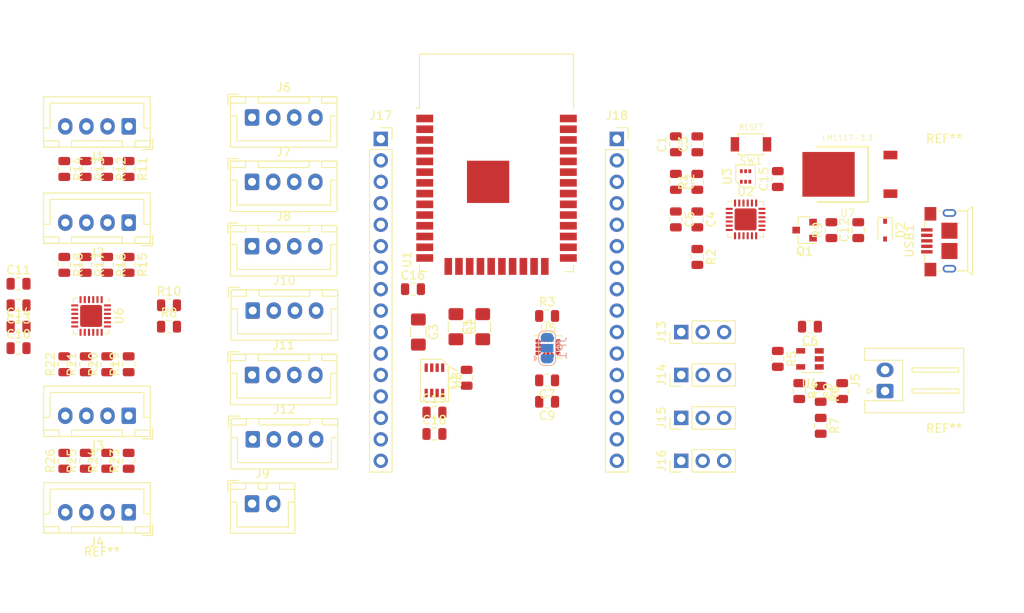
<source format=kicad_pcb>
(kicad_pcb (version 20171130) (host pcbnew "(5.1.2-1)-1")
  (layers (0 F.Cu signal) (31 B.Cu signal hide) (34 B.Paste user hide) (35 F.Paste user) (36 B.SilkS user hide) (37 F.SilkS user hide) (38 B.Mask user hide) (39 F.Mask user hide) (44 Edge.Cuts user))
  (net 0 "")
  (net 1 +3V3)
  (net 2 GND)
  (net 3 "Net-(JP1-Pad2)")
  (net 4 VBUS)
  (net 5 "Net-(C12-Pad2)")
  (net 6 VBAT)
  (net 7 EN)
  (net 8 IO26)
  (net 9 IO14)
  (net 10 IO12)
  (net 11 IO13)
  (net 12 IO15)
  (net 13 IO2)
  (net 14 IO0)
  (net 15 IO4)
  (net 16 IMUINT1)
  (net 17 IMUINT2)
  (net 18 LED_IO5)
  (net 19 SDA_IO21)
  (net 20 RXD0)
  (net 21 TXD0)
  (net 22 SCL_IO22)
  (net 23 D+)
  (net 24 D-)
  (net 25 "Net-(R2-Pad2)")
  (net 26 RTS)
  (net 27 DTR)
  (net 28 BATSTAT)
  (net 29 "Net-(R4-Pad1)")
  (net 30 "Net-(R3-Pad1)")
  (net 31 "Net-(R10-Pad1)")
  (net 32 "Net-(R8-Pad1)")
  (net 33 "Net-(R15-Pad2)")
  (net 34 "Net-(R16-Pad2)")
  (net 35 "Net-(R17-Pad2)")
  (net 36 "Net-(R18-Pad2)")
  (net 37 "Net-(R19-Pad2)")
  (net 38 "Net-(R20-Pad2)")
  (net 39 "Net-(R21-Pad2)")
  (net 40 "Net-(R22-Pad2)")
  (net 41 "Net-(R23-Pad2)")
  (net 42 "Net-(R24-Pad2)")
  (net 43 "Net-(R25-Pad2)")
  (net 44 "Net-(R26-Pad2)")
  (net 45 "Net-(C13-Pad1)")
  (net 46 "Net-(C11-Pad2)")
  (net 47 "Net-(R14-Pad2)")
  (net 48 "Net-(R13-Pad2)")
  (net 49 "Net-(R12-Pad2)")
  (net 50 "Net-(R11-Pad2)")
  (net 51 BATLEVEL)
  (net 52 "/CAPACTIVE TOUCH/CS0")
  (net 53 "/CAPACTIVE TOUCH/CS1")
  (net 54 "/CAPACTIVE TOUCH/CS2")
  (net 55 "/CAPACTIVE TOUCH/CS3")
  (net 56 "/CAPACTIVE TOUCH/CS4")
  (net 57 "/CAPACTIVE TOUCH/CS5")
  (net 58 "/CAPACTIVE TOUCH/CS6")
  (net 59 "/CAPACTIVE TOUCH/CS7")
  (net 60 "/CAPACTIVE TOUCH/CS8")
  (net 61 "/CAPACTIVE TOUCH/CS9")
  (net 62 "/CAPACTIVE TOUCH/CS10")
  (net 63 "/CAPACTIVE TOUCH/CS11")
  (net 64 "/CAPACTIVE TOUCH/CS12")
  (net 65 "/CAPACTIVE TOUCH/CS13")
  (net 66 "/CAPACTIVE TOUCH/CS14")
  (net 67 "/CAPACTIVE TOUCH/CS15")
  (net 68 "Net-(C16-Pad2)")
  (net 69 AUDIOOUT)
  (net 70 "Net-(C17-Pad2)")
  (net 71 "Net-(G1-Pad1)")
  (net 72 "Net-(G2-Pad1)")
  (net 73 AUDIOEN)
  (net 74 IO16)
  (net 75 IO17)
  (net 76 SPEAKER-)
  (net 77 SPEAKER+)
  (net 78 A5)
  (net 79 A4)
  (net 80 A6)
  (net 81 A7)
  (net 82 CAPINT)
  (module MountingHole:MountingHole_2.2mm_M2 (layer F.Cu) (at 93.98 95.25)
    (fp_text reference REF** (at 0 -3.2) (layer F.SilkS))
    (fp_text value MountingHole_2.2mm_M2)
    (pad 1 np_thru_hole circle (at 0 0) (size 2.2 2.2) (drill 2.2) (layers *.Cu *.Mask))
  )
  (module MountingHole:MountingHole_2.2mm_M2 (layer F.Cu) (at 93.98 29.21)
    (fp_text reference REF** (at 0 -3.2) (layer F.SilkS))
    (fp_text value MountingHole_2.2mm_M2)
    (pad 1 np_thru_hole circle (at 0 0) (size 2.2 2.2) (drill 2.2) (layers *.Cu *.Mask))
  )
  (module MountingHole:MountingHole_2.2mm_M2 (layer F.Cu) (at 193.675 80.645)
    (fp_text reference REF** (at 0 -3.2) (layer F.SilkS))
    (fp_text value MountingHole_2.2mm_M2)
    (pad 1 np_thru_hole circle (at 0 0) (size 2.2 2.2) (drill 2.2) (layers *.Cu *.Mask))
  )
  (module MountingHole:MountingHole_2.2mm_M2 (layer F.Cu) (at 193.675 46.355)
    (fp_text reference REF** (at 0 -3.2) (layer F.SilkS))
    (fp_text value MountingHole_2.2mm_M2)
    (pad 1 np_thru_hole circle (at 0 0) (size 2.2 2.2) (drill 2.2) (layers *.Cu *.Mask))
  )
  (module Connector_JST:JST_XH_B4B-XH-A_1x04_P2.50mm_Vertical (layer F.Cu) (at 111.84 63.5)
    (fp_text reference J10 (at 3.75 -3.55) (layer F.SilkS))
    (fp_text value Grove_1)
    (pad 4 thru_hole oval (at 7.5 0) (size 1.7 1.95) (drill 0.95) (layers *.Cu *.Mask) (net 2 GND))
    (pad 3 thru_hole oval (at 5 0) (size 1.7 1.95) (drill 0.95) (layers *.Cu *.Mask) (net 1 +3V3))
    (pad 2 thru_hole oval (at 2.5 0) (size 1.7 1.95) (drill 0.95) (layers *.Cu *.Mask) (net 78 A5))
    (pad 1 thru_hole roundrect (at 0 0) (size 1.7 1.95) (drill 0.95) (layers *.Cu *.Mask) (roundrect_rratio 0.147059) (net 79 A4))
  )
  (module Capacitor_SMD:C_0805_2012Metric (layer F.Cu) (at 161.925 43.815 90)
    (fp_text reference C1 (at 0 -1.65 90) (layer F.SilkS))
    (fp_text value 10uF)
    (pad 1 smd roundrect (at -0.9375 0 90) (size 0.975 1.4) (layers F.Cu F.Paste F.Mask) (net 2 GND))
    (pad 2 smd roundrect (at 0.9375 0 90) (size 0.975 1.4) (layers F.Cu F.Paste F.Mask) (net 1 +3V3))
  )
  (module Capacitor_SMD:C_0805_2012Metric (layer F.Cu) (at 161.925 48.26 270)
    (fp_text reference C2 (at 0 -1.65 90) (layer F.SilkS))
    (fp_text value 0.1uF)
    (pad 2 smd roundrect (at 0.9375 0 270) (size 0.975 1.4) (layers F.Cu F.Paste F.Mask) (net 2 GND))
    (pad 1 smd roundrect (at -0.9375 0 270) (size 0.975 1.4) (layers F.Cu F.Paste F.Mask) (net 7 EN))
  )
  (module Capacitor_SMD:C_0805_2012Metric (layer F.Cu) (at 164.465 43.815 90)
    (fp_text reference C3 (at 0 -1.65 90) (layer F.SilkS))
    (fp_text value 100nF)
    (pad 2 smd roundrect (at 0.9375 0 90) (size 0.975 1.4) (layers F.Cu F.Paste F.Mask) (net 1 +3V3))
    (pad 1 smd roundrect (at -0.9375 0 90) (size 0.975 1.4) (layers F.Cu F.Paste F.Mask) (net 2 GND))
  )
  (module Capacitor_SMD:C_0805_2012Metric (layer F.Cu) (at 164.465 52.705 270)
    (fp_text reference C4 (at 0 -1.65 90) (layer F.SilkS))
    (fp_text value 10uF)
    (pad 1 smd roundrect (at -0.9375 0 270) (size 0.975 1.4) (layers F.Cu F.Paste F.Mask) (net 2 GND))
    (pad 2 smd roundrect (at 0.9375 0 270) (size 0.975 1.4) (layers F.Cu F.Paste F.Mask) (net 1 +3V3))
  )
  (module Capacitor_SMD:C_0805_2012Metric (layer F.Cu) (at 161.925 52.705 270)
    (fp_text reference C5 (at 0 -1.65 90) (layer F.SilkS))
    (fp_text value 10uF)
    (pad 2 smd roundrect (at 0.9375 0 270) (size 0.975 1.4) (layers F.Cu F.Paste F.Mask) (net 1 +3V3))
    (pad 1 smd roundrect (at -0.9375 0 270) (size 0.975 1.4) (layers F.Cu F.Paste F.Mask) (net 2 GND))
  )
  (module Capacitor_SMD:C_0805_2012Metric (layer F.Cu) (at 177.8 65.405 180)
    (fp_text reference C6 (at 0 -1.65) (layer F.SilkS))
    (fp_text value 10uF)
    (pad 1 smd roundrect (at -0.9375 0 180) (size 0.975 1.4) (layers F.Cu F.Paste F.Mask) (net 2 GND))
    (pad 2 smd roundrect (at 0.9375 0 180) (size 0.975 1.4) (layers F.Cu F.Paste F.Mask) (net 4 VBUS))
  )
  (module Capacitor_SMD:C_0805_2012Metric (layer F.Cu) (at 146.685 71.755 180)
    (fp_text reference C7 (at 0 -1.65) (layer F.SilkS))
    (fp_text value 2.2nF)
    (pad 2 smd roundrect (at 0.9375 0 180) (size 0.975 1.4) (layers F.Cu F.Paste F.Mask) (net 1 +3V3))
    (pad 1 smd roundrect (at -0.9375 0 180) (size 0.975 1.4) (layers F.Cu F.Paste F.Mask) (net 2 GND))
  )
  (module Capacitor_SMD:C_0805_2012Metric (layer F.Cu) (at 181.61 73.025 90)
    (fp_text reference C8 (at 0 -1.65 90) (layer F.SilkS))
    (fp_text value 10uF)
    (pad 2 smd roundrect (at 0.9375 0 90) (size 0.975 1.4) (layers F.Cu F.Paste F.Mask) (net 6 VBAT))
    (pad 1 smd roundrect (at -0.9375 0 90) (size 0.975 1.4) (layers F.Cu F.Paste F.Mask) (net 2 GND))
  )
  (module Capacitor_SMD:C_0805_2012Metric (layer F.Cu) (at 146.685 74.295 180)
    (fp_text reference C9 (at 0 -1.65) (layer F.SilkS))
    (fp_text value 2.2nF)
    (pad 1 smd roundrect (at -0.9375 0 180) (size 0.975 1.4) (layers F.Cu F.Paste F.Mask) (net 2 GND))
    (pad 2 smd roundrect (at 0.9375 0 180) (size 0.975 1.4) (layers F.Cu F.Paste F.Mask) (net 1 +3V3))
  )
  (module Capacitor_SMD:C_0805_2012Metric (layer F.Cu) (at 84.1225 67.945)
    (fp_text reference C10 (at 0 -1.65) (layer F.SilkS))
    (fp_text value 1uF)
    (pad 2 smd roundrect (at 0.9375 0) (size 0.975 1.4) (layers F.Cu F.Paste F.Mask) (net 1 +3V3))
    (pad 1 smd roundrect (at -0.9375 0) (size 0.975 1.4) (layers F.Cu F.Paste F.Mask) (net 2 GND))
  )
  (module Capacitor_SMD:C_0805_2012Metric (layer F.Cu) (at 84.1225 60.325)
    (fp_text reference C11 (at 0 -1.65) (layer F.SilkS))
    (fp_text value 2.2nF)
    (pad 2 smd roundrect (at 0.9375 0) (size 0.975 1.4) (layers F.Cu F.Paste F.Mask) (net 46 "Net-(C11-Pad2)"))
    (pad 1 smd roundrect (at -0.9375 0) (size 0.975 1.4) (layers F.Cu F.Paste F.Mask) (net 2 GND))
  )
  (module Capacitor_SMD:C_0805_2012Metric (layer F.Cu) (at 183.515 53.975 90)
    (fp_text reference C12 (at 0 -1.65 90) (layer F.SilkS))
    (fp_text value 1uF)
    (pad 2 smd roundrect (at 0.9375 0 90) (size 0.975 1.4) (layers F.Cu F.Paste F.Mask) (net 5 "Net-(C12-Pad2)"))
    (pad 1 smd roundrect (at -0.9375 0 90) (size 0.975 1.4) (layers F.Cu F.Paste F.Mask) (net 2 GND))
  )
  (module Capacitor_SMD:C_0805_2012Metric (layer F.Cu) (at 84.1225 62.865 180)
    (fp_text reference C13 (at 0 -1.65) (layer F.SilkS))
    (fp_text value 0.1uF)
    (pad 2 smd roundrect (at 0.9375 0 180) (size 0.975 1.4) (layers F.Cu F.Paste F.Mask) (net 2 GND))
    (pad 1 smd roundrect (at -0.9375 0 180) (size 0.975 1.4) (layers F.Cu F.Paste F.Mask) (net 45 "Net-(C13-Pad1)"))
  )
  (module Capacitor_SMD:C_0805_2012Metric (layer F.Cu) (at 84.1225 65.405)
    (fp_text reference C14 (at 0 -1.65) (layer F.SilkS))
    (fp_text value 0.1uF)
    (pad 1 smd roundrect (at -0.9375 0) (size 0.975 1.4) (layers F.Cu F.Paste F.Mask) (net 2 GND))
    (pad 2 smd roundrect (at 0.9375 0) (size 0.975 1.4) (layers F.Cu F.Paste F.Mask) (net 1 +3V3))
  )
  (module Capacitor_SMD:C_0805_2012Metric (layer F.Cu) (at 173.99 47.9275 90)
    (fp_text reference C15 (at 0 -1.65 90) (layer F.SilkS))
    (fp_text value 1uF)
    (pad 1 smd roundrect (at -0.9375 0 90) (size 0.975 1.4) (layers F.Cu F.Paste F.Mask) (net 2 GND))
    (pad 2 smd roundrect (at 0.9375 0 90) (size 0.975 1.4) (layers F.Cu F.Paste F.Mask) (net 1 +3V3))
  )
  (module Connector_JST:JST_XH_S2B-XH-A_1x02_P2.50mm_Horizontal (layer F.Cu) (at 186.69 73.025 90)
    (fp_text reference J5 (at 1.25 -3.5 90) (layer F.SilkS))
    (fp_text value BAT)
    (pad 2 thru_hole oval (at 2.5 0 90) (size 1.7 2) (drill 1) (layers *.Cu *.Mask) (net 6 VBAT))
    (pad 1 thru_hole roundrect (at 0 0 90) (size 1.7 2) (drill 1) (layers *.Cu *.Mask) (roundrect_rratio 0.147059) (net 2 GND))
  )
  (module Jumper:SolderJumper-3_P1.3mm_Open_RoundedPad1.0x1.5mm (layer B.Cu) (at 146.685 67.945 90)
    (fp_text reference JP1 (at 0 1.8 90) (layer B.SilkS) (effects (justify mirror)))
    (fp_text value AddressSelect)
    (pad 2 smd rect (at 0 0 90) (size 1 1.5) (layers B.Cu B.Mask) (net 3 "Net-(JP1-Pad2)"))
    (pad 3 smd custom (at 1.3 0 90) (size 1 0.5) (layers B.Cu B.Mask) (net 2 GND) (options (clearance outline) (anchor rect)) (primitives (gr_circle (center 0 -0.25) (end 0.5 -0.25) (width 0)) (gr_circle (center 0 0.25) (end 0.5 0.25) (width 0)) (gr_poly (pts (xy -0.55 0.75) (xy 0 0.75) (xy 0 -0.75) (xy -0.55 -0.75)) (width 0))))
    (pad 1 smd custom (at -1.3 0 90) (size 1 0.5) (layers B.Cu B.Mask) (net 1 +3V3) (options (clearance outline) (anchor rect)) (primitives (gr_circle (center 0 -0.25) (end 0.5 -0.25) (width 0)) (gr_circle (center 0 0.25) (end 0.5 0.25) (width 0)) (gr_poly (pts (xy 0.55 0.75) (xy 0 0.75) (xy 0 -0.75) (xy 0.55 -0.75)) (width 0))))
  )
  (module Package_TO_SOT_SMD:SOT-23 (layer F.Cu) (at 177.165 53.975 180)
    (fp_text reference Q1 (at 0 -2.5) (layer F.SilkS))
    (fp_text value DMG2301L)
    (pad 3 smd rect (at 1 0 180) (size 0.9 0.8) (layers F.Cu F.Paste F.Mask) (net 6 VBAT))
    (pad 2 smd rect (at -1 0.95 180) (size 0.9 0.8) (layers F.Cu F.Paste F.Mask) (net 5 "Net-(C12-Pad2)"))
    (pad 1 smd rect (at -1 -0.95 180) (size 0.9 0.8) (layers F.Cu F.Paste F.Mask) (net 4 VBUS))
  )
  (module Resistor_SMD:R_0805_2012Metric (layer F.Cu) (at 164.465 48.26 90)
    (fp_text reference R1 (at 0 -1.65 90) (layer F.SilkS))
    (fp_text value 10k)
    (pad 1 smd roundrect (at -0.9375 0 90) (size 0.975 1.4) (layers F.Cu F.Paste F.Mask) (net 1 +3V3))
    (pad 2 smd roundrect (at 0.9375 0 90) (size 0.975 1.4) (layers F.Cu F.Paste F.Mask) (net 7 EN))
  )
  (module Resistor_SMD:R_0805_2012Metric (layer F.Cu) (at 164.465 57.15 270)
    (fp_text reference R2 (at 0 -1.65 90) (layer F.SilkS))
    (fp_text value 1k)
    (pad 2 smd roundrect (at 0.9375 0 270) (size 0.975 1.4) (layers F.Cu F.Paste F.Mask) (net 25 "Net-(R2-Pad2)"))
    (pad 1 smd roundrect (at -0.9375 0 270) (size 0.975 1.4) (layers F.Cu F.Paste F.Mask) (net 1 +3V3))
  )
  (module Resistor_SMD:R_0805_2012Metric (layer F.Cu) (at 146.685 64.135)
    (fp_text reference R3 (at 0 -1.65) (layer F.SilkS))
    (fp_text value 10K)
    (pad 2 smd roundrect (at 0.9375 0) (size 0.975 1.4) (layers F.Cu F.Paste F.Mask) (net 1 +3V3))
    (pad 1 smd roundrect (at -0.9375 0) (size 0.975 1.4) (layers F.Cu F.Paste F.Mask) (net 30 "Net-(R3-Pad1)"))
  )
  (module Resistor_SMD:R_0805_2012Metric (layer F.Cu) (at 176.53 73.025 270)
    (fp_text reference R4 (at 0 -1.65 90) (layer F.SilkS))
    (fp_text value 10k)
    (pad 2 smd roundrect (at 0.9375 0 270) (size 0.975 1.4) (layers F.Cu F.Paste F.Mask) (net 2 GND))
    (pad 1 smd roundrect (at -0.9375 0 270) (size 0.975 1.4) (layers F.Cu F.Paste F.Mask) (net 29 "Net-(R4-Pad1)"))
  )
  (module Resistor_SMD:R_0805_2012Metric (layer F.Cu) (at 173.99 69.215 270)
    (fp_text reference R5 (at 0 -1.65 90) (layer F.SilkS))
    (fp_text value 10k)
    (pad 1 smd roundrect (at -0.9375 0 270) (size 0.975 1.4) (layers F.Cu F.Paste F.Mask) (net 1 +3V3))
    (pad 2 smd roundrect (at 0.9375 0 270) (size 0.975 1.4) (layers F.Cu F.Paste F.Mask) (net 28 BATSTAT))
  )
  (module Resistor_SMD:R_0805_2012Metric (layer F.Cu) (at 179.07 73.3575 270)
    (fp_text reference R6 (at 0 -1.65 90) (layer F.SilkS))
    (fp_text value 100k)
    (pad 2 smd roundrect (at 0.9375 0 270) (size 0.975 1.4) (layers F.Cu F.Paste F.Mask) (net 51 BATLEVEL))
    (pad 1 smd roundrect (at -0.9375 0 270) (size 0.975 1.4) (layers F.Cu F.Paste F.Mask) (net 6 VBAT))
  )
  (module Resistor_SMD:R_0805_2012Metric (layer F.Cu) (at 179.07 77.1375 270)
    (fp_text reference R7 (at 0 -1.65 90) (layer F.SilkS))
    (fp_text value 100k)
    (pad 1 smd roundrect (at -0.9375 0 270) (size 0.975 1.4) (layers F.Cu F.Paste F.Mask) (net 51 BATLEVEL))
    (pad 2 smd roundrect (at 0.9375 0 270) (size 0.975 1.4) (layers F.Cu F.Paste F.Mask) (net 2 GND))
  )
  (module Resistor_SMD:R_0805_2012Metric (layer F.Cu) (at 101.9325 65.405)
    (fp_text reference R8 (at 0 -1.65) (layer F.SilkS))
    (fp_text value 330E)
    (pad 2 smd roundrect (at 0.9375 0) (size 0.975 1.4) (layers F.Cu F.Paste F.Mask) (net 19 SDA_IO21))
    (pad 1 smd roundrect (at -0.9375 0) (size 0.975 1.4) (layers F.Cu F.Paste F.Mask) (net 32 "Net-(R8-Pad1)"))
  )
  (module Resistor_SMD:R_0805_2012Metric (layer F.Cu) (at 180.34 53.975 90)
    (fp_text reference R9 (at 0 -1.65 90) (layer F.SilkS))
    (fp_text value 100k)
    (pad 1 smd roundrect (at -0.9375 0 90) (size 0.975 1.4) (layers F.Cu F.Paste F.Mask) (net 4 VBUS))
    (pad 2 smd roundrect (at 0.9375 0 90) (size 0.975 1.4) (layers F.Cu F.Paste F.Mask) (net 2 GND))
  )
  (module Resistor_SMD:R_0805_2012Metric (layer F.Cu) (at 101.9325 62.865)
    (fp_text reference R10 (at 0 -1.65) (layer F.SilkS))
    (fp_text value 330E)
    (pad 2 smd roundrect (at 0.9375 0) (size 0.975 1.4) (layers F.Cu F.Paste F.Mask) (net 22 SCL_IO22))
    (pad 1 smd roundrect (at -0.9375 0) (size 0.975 1.4) (layers F.Cu F.Paste F.Mask) (net 31 "Net-(R10-Pad1)"))
  )
  (module Resistor_SMD:R_0805_2012Metric (layer F.Cu) (at 97.155 46.736 270)
    (fp_text reference R11 (at 0 -1.65 90) (layer F.SilkS))
    (fp_text value 530E)
    (pad 1 smd roundrect (at -0.9375 0 270) (size 0.975 1.4) (layers F.Cu F.Paste F.Mask) (net 52 "/CAPACTIVE TOUCH/CS0"))
    (pad 2 smd roundrect (at 0.9375 0 270) (size 0.975 1.4) (layers F.Cu F.Paste F.Mask) (net 50 "Net-(R11-Pad2)"))
  )
  (module Resistor_SMD:R_0805_2012Metric (layer F.Cu) (at 94.615 46.736 270)
    (fp_text reference R12 (at 0 -1.65 90) (layer F.SilkS))
    (fp_text value 530E)
    (pad 1 smd roundrect (at -0.9375 0 270) (size 0.975 1.4) (layers F.Cu F.Paste F.Mask) (net 53 "/CAPACTIVE TOUCH/CS1"))
    (pad 2 smd roundrect (at 0.9375 0 270) (size 0.975 1.4) (layers F.Cu F.Paste F.Mask) (net 49 "Net-(R12-Pad2)"))
  )
  (module Resistor_SMD:R_0805_2012Metric (layer F.Cu) (at 92.075 46.736 270)
    (fp_text reference R13 (at 0 -1.65 90) (layer F.SilkS))
    (fp_text value 530E)
    (pad 2 smd roundrect (at 0.9375 0 270) (size 0.975 1.4) (layers F.Cu F.Paste F.Mask) (net 48 "Net-(R13-Pad2)"))
    (pad 1 smd roundrect (at -0.9375 0 270) (size 0.975 1.4) (layers F.Cu F.Paste F.Mask) (net 54 "/CAPACTIVE TOUCH/CS2"))
  )
  (module Resistor_SMD:R_0805_2012Metric (layer F.Cu) (at 89.535 46.736 270)
    (fp_text reference R14 (at 0 -1.65 90) (layer F.SilkS))
    (fp_text value 530E)
    (pad 1 smd roundrect (at -0.9375 0 270) (size 0.975 1.4) (layers F.Cu F.Paste F.Mask) (net 55 "/CAPACTIVE TOUCH/CS3"))
    (pad 2 smd roundrect (at 0.9375 0 270) (size 0.975 1.4) (layers F.Cu F.Paste F.Mask) (net 47 "Net-(R14-Pad2)"))
  )
  (module Resistor_SMD:R_0805_2012Metric (layer F.Cu) (at 97.155 58.0875 270)
    (fp_text reference R15 (at 0 -1.65 90) (layer F.SilkS))
    (fp_text value 530E)
    (pad 2 smd roundrect (at 0.9375 0 270) (size 0.975 1.4) (layers F.Cu F.Paste F.Mask) (net 33 "Net-(R15-Pad2)"))
    (pad 1 smd roundrect (at -0.9375 0 270) (size 0.975 1.4) (layers F.Cu F.Paste F.Mask) (net 56 "/CAPACTIVE TOUCH/CS4"))
  )
  (module Resistor_SMD:R_0805_2012Metric (layer F.Cu) (at 94.615 58.0875 270)
    (fp_text reference R16 (at 0 -1.65 90) (layer F.SilkS))
    (fp_text value 530E)
    (pad 2 smd roundrect (at 0.9375 0 270) (size 0.975 1.4) (layers F.Cu F.Paste F.Mask) (net 34 "Net-(R16-Pad2)"))
    (pad 1 smd roundrect (at -0.9375 0 270) (size 0.975 1.4) (layers F.Cu F.Paste F.Mask) (net 57 "/CAPACTIVE TOUCH/CS5"))
  )
  (module Resistor_SMD:R_0805_2012Metric (layer F.Cu) (at 92.075 58.0875 270)
    (fp_text reference R17 (at 0 -1.65 90) (layer F.SilkS))
    (fp_text value 530E)
    (pad 1 smd roundrect (at -0.9375 0 270) (size 0.975 1.4) (layers F.Cu F.Paste F.Mask) (net 58 "/CAPACTIVE TOUCH/CS6"))
    (pad 2 smd roundrect (at 0.9375 0 270) (size 0.975 1.4) (layers F.Cu F.Paste F.Mask) (net 35 "Net-(R17-Pad2)"))
  )
  (module Resistor_SMD:R_0805_2012Metric (layer F.Cu) (at 89.535 58.0875 270)
    (fp_text reference R18 (at 0 -1.65 90) (layer F.SilkS))
    (fp_text value 530E)
    (pad 2 smd roundrect (at 0.9375 0 270) (size 0.975 1.4) (layers F.Cu F.Paste F.Mask) (net 36 "Net-(R18-Pad2)"))
    (pad 1 smd roundrect (at -0.9375 0 270) (size 0.975 1.4) (layers F.Cu F.Paste F.Mask) (net 59 "/CAPACTIVE TOUCH/CS7"))
  )
  (module Resistor_SMD:R_0805_2012Metric (layer F.Cu) (at 97.155 69.85 90)
    (fp_text reference R19 (at 0 -1.65 90) (layer F.SilkS))
    (fp_text value 530E)
    (pad 1 smd roundrect (at -0.9375 0 90) (size 0.975 1.4) (layers F.Cu F.Paste F.Mask) (net 60 "/CAPACTIVE TOUCH/CS8"))
    (pad 2 smd roundrect (at 0.9375 0 90) (size 0.975 1.4) (layers F.Cu F.Paste F.Mask) (net 37 "Net-(R19-Pad2)"))
  )
  (module Resistor_SMD:R_0805_2012Metric (layer F.Cu) (at 94.615 69.85 90)
    (fp_text reference R20 (at 0 -1.65 90) (layer F.SilkS))
    (fp_text value 530E)
    (pad 2 smd roundrect (at 0.9375 0 90) (size 0.975 1.4) (layers F.Cu F.Paste F.Mask) (net 38 "Net-(R20-Pad2)"))
    (pad 1 smd roundrect (at -0.9375 0 90) (size 0.975 1.4) (layers F.Cu F.Paste F.Mask) (net 61 "/CAPACTIVE TOUCH/CS9"))
  )
  (module Resistor_SMD:R_0805_2012Metric (layer F.Cu) (at 92.075 69.85 90)
    (fp_text reference R21 (at 0 -1.65 90) (layer F.SilkS))
    (fp_text value 530E)
    (pad 1 smd roundrect (at -0.9375 0 90) (size 0.975 1.4) (layers F.Cu F.Paste F.Mask) (net 62 "/CAPACTIVE TOUCH/CS10"))
    (pad 2 smd roundrect (at 0.9375 0 90) (size 0.975 1.4) (layers F.Cu F.Paste F.Mask) (net 39 "Net-(R21-Pad2)"))
  )
  (module Resistor_SMD:R_0805_2012Metric (layer F.Cu) (at 89.535 69.85 90)
    (fp_text reference R22 (at 0 -1.65 90) (layer F.SilkS))
    (fp_text value 530E)
    (pad 1 smd roundrect (at -0.9375 0 90) (size 0.975 1.4) (layers F.Cu F.Paste F.Mask) (net 63 "/CAPACTIVE TOUCH/CS11"))
    (pad 2 smd roundrect (at 0.9375 0 90) (size 0.975 1.4) (layers F.Cu F.Paste F.Mask) (net 40 "Net-(R22-Pad2)"))
  )
  (module Resistor_SMD:R_0805_2012Metric (layer F.Cu) (at 97.155 81.28 90)
    (fp_text reference R23 (at 0 -1.65 90) (layer F.SilkS))
    (fp_text value 530E)
    (pad 2 smd roundrect (at 0.9375 0 90) (size 0.975 1.4) (layers F.Cu F.Paste F.Mask) (net 41 "Net-(R23-Pad2)"))
    (pad 1 smd roundrect (at -0.9375 0 90) (size 0.975 1.4) (layers F.Cu F.Paste F.Mask) (net 64 "/CAPACTIVE TOUCH/CS12"))
  )
  (module Resistor_SMD:R_0805_2012Metric (layer F.Cu) (at 94.615 81.28 90)
    (fp_text reference R24 (at 0 -1.65 90) (layer F.SilkS))
    (fp_text value 530E)
    (pad 1 smd roundrect (at -0.9375 0 90) (size 0.975 1.4) (layers F.Cu F.Paste F.Mask) (net 65 "/CAPACTIVE TOUCH/CS13"))
    (pad 2 smd roundrect (at 0.9375 0 90) (size 0.975 1.4) (layers F.Cu F.Paste F.Mask) (net 42 "Net-(R24-Pad2)"))
  )
  (module Resistor_SMD:R_0805_2012Metric (layer F.Cu) (at 92.075 81.28 90)
    (fp_text reference R25 (at 0 -1.65 90) (layer F.SilkS))
    (fp_text value 530E)
    (pad 2 smd roundrect (at 0.9375 0 90) (size 0.975 1.4) (layers F.Cu F.Paste F.Mask) (net 43 "Net-(R25-Pad2)"))
    (pad 1 smd roundrect (at -0.9375 0 90) (size 0.975 1.4) (layers F.Cu F.Paste F.Mask) (net 66 "/CAPACTIVE TOUCH/CS14"))
  )
  (module Resistor_SMD:R_0805_2012Metric (layer F.Cu) (at 89.535 81.28 90)
    (fp_text reference R26 (at 0 -1.65 90) (layer F.SilkS))
    (fp_text value 530E)
    (pad 1 smd roundrect (at -0.9375 0 90) (size 0.975 1.4) (layers F.Cu F.Paste F.Mask) (net 67 "/CAPACTIVE TOUCH/CS15"))
    (pad 2 smd roundrect (at 0.9375 0 90) (size 0.975 1.4) (layers F.Cu F.Paste F.Mask) (net 44 "Net-(R26-Pad2)"))
  )
  (module OPL_Switch:SW2-2.6-3.0X2.5X1.2+0.4MM (layer F.Cu) (at 170.815 43.815 180)
    (fp_text reference SW1 (at 0 -1.9431) (layer F.SilkS) (effects (font (size 0.889 0.889) (thickness 0.1016))))
    (fp_text value RESET (at 0 2.032) (layer F.SilkS) (effects (font (size 0.635 0.635) (thickness 0.0762))))
    (pad 1 smd rect (at -1.89992 0 270) (size 1.69926 0.99822) (layers F.Cu F.Paste F.Mask))
    (pad 2 smd rect (at 1.89992 0 270) (size 1.69926 0.99822) (layers F.Cu F.Paste F.Mask) (net 7 EN))
  )
  (module RF_Module:ESP32-WROOM-32 (layer F.Cu) (at 140.7 49.015)
    (fp_text reference U1 (at -10.61 8.43 90) (layer F.SilkS))
    (fp_text value ESP32-WROOM-32D)
    (pad 38 smd rect (at 8.5 -8.255) (size 2 0.9) (layers F.Cu F.Paste F.Mask) (net 2 GND))
    (pad 37 smd rect (at 8.5 -6.985) (size 2 0.9) (layers F.Cu F.Paste F.Mask) (net 82 CAPINT))
    (pad 36 smd rect (at 8.5 -5.715) (size 2 0.9) (layers F.Cu F.Paste F.Mask) (net 22 SCL_IO22))
    (pad 35 smd rect (at 8.5 -4.445) (size 2 0.9) (layers F.Cu F.Paste F.Mask) (net 21 TXD0))
    (pad 34 smd rect (at 8.5 -3.175) (size 2 0.9) (layers F.Cu F.Paste F.Mask) (net 20 RXD0))
    (pad 33 smd rect (at 8.5 -1.905) (size 2 0.9) (layers F.Cu F.Paste F.Mask) (net 19 SDA_IO21))
    (pad 32 smd rect (at 8.5 -0.635) (size 2 0.9) (layers F.Cu F.Paste F.Mask))
    (pad 31 smd rect (at 8.5 0.635) (size 2 0.9) (layers F.Cu F.Paste F.Mask) (net 17 IMUINT2))
    (pad 30 smd rect (at 8.5 1.905) (size 2 0.9) (layers F.Cu F.Paste F.Mask) (net 16 IMUINT1))
    (pad 29 smd rect (at 8.5 3.175) (size 2 0.9) (layers F.Cu F.Paste F.Mask) (net 18 LED_IO5))
    (pad 28 smd rect (at 8.5 4.445) (size 2 0.9) (layers F.Cu F.Paste F.Mask) (net 75 IO17))
    (pad 27 smd rect (at 8.5 5.715) (size 2 0.9) (layers F.Cu F.Paste F.Mask) (net 74 IO16))
    (pad 26 smd rect (at 8.5 6.985) (size 2 0.9) (layers F.Cu F.Paste F.Mask) (net 15 IO4))
    (pad 25 smd rect (at 8.5 8.255) (size 2 0.9) (layers F.Cu F.Paste F.Mask) (net 14 IO0))
    (pad 24 smd rect (at 5.715 9.255 90) (size 2 0.9) (layers F.Cu F.Paste F.Mask) (net 13 IO2))
    (pad 23 smd rect (at 4.445 9.255 90) (size 2 0.9) (layers F.Cu F.Paste F.Mask) (net 12 IO15))
    (pad 22 smd rect (at 3.175 9.255 90) (size 2 0.9) (layers F.Cu F.Paste F.Mask))
    (pad 21 smd rect (at 1.905 9.255 90) (size 2 0.9) (layers F.Cu F.Paste F.Mask))
    (pad 20 smd rect (at 0.635 9.255 90) (size 2 0.9) (layers F.Cu F.Paste F.Mask))
    (pad 19 smd rect (at -0.635 9.255 90) (size 2 0.9) (layers F.Cu F.Paste F.Mask))
    (pad 18 smd rect (at -1.905 9.255 90) (size 2 0.9) (layers F.Cu F.Paste F.Mask))
    (pad 17 smd rect (at -3.175 9.255 90) (size 2 0.9) (layers F.Cu F.Paste F.Mask))
    (pad 16 smd rect (at -4.445 9.255 90) (size 2 0.9) (layers F.Cu F.Paste F.Mask) (net 11 IO13))
    (pad 15 smd rect (at -5.715 9.255 90) (size 2 0.9) (layers F.Cu F.Paste F.Mask) (net 2 GND))
    (pad 14 smd rect (at -8.5 8.255) (size 2 0.9) (layers F.Cu F.Paste F.Mask) (net 10 IO12))
    (pad 13 smd rect (at -8.5 6.985) (size 2 0.9) (layers F.Cu F.Paste F.Mask) (net 9 IO14))
    (pad 12 smd rect (at -8.5 5.715) (size 2 0.9) (layers F.Cu F.Paste F.Mask) (net 73 AUDIOEN))
    (pad 11 smd rect (at -8.5 4.445) (size 2 0.9) (layers F.Cu F.Paste F.Mask) (net 8 IO26))
    (pad 10 smd rect (at -8.5 3.175) (size 2 0.9) (layers F.Cu F.Paste F.Mask) (net 69 AUDIOOUT))
    (pad 9 smd rect (at -8.5 1.905) (size 2 0.9) (layers F.Cu F.Paste F.Mask) (net 78 A5))
    (pad 8 smd rect (at -8.5 0.635) (size 2 0.9) (layers F.Cu F.Paste F.Mask) (net 79 A4))
    (pad 7 smd rect (at -8.5 -0.635) (size 2 0.9) (layers F.Cu F.Paste F.Mask) (net 81 A7))
    (pad 6 smd rect (at -8.5 -1.905) (size 2 0.9) (layers F.Cu F.Paste F.Mask) (net 80 A6))
    (pad 5 smd rect (at -8.5 -3.175) (size 2 0.9) (layers F.Cu F.Paste F.Mask) (net 51 BATLEVEL))
    (pad 4 smd rect (at -8.5 -4.445) (size 2 0.9) (layers F.Cu F.Paste F.Mask) (net 28 BATSTAT))
    (pad 3 smd rect (at -8.5 -5.715) (size 2 0.9) (layers F.Cu F.Paste F.Mask) (net 7 EN))
    (pad 2 smd rect (at -8.5 -6.985) (size 2 0.9) (layers F.Cu F.Paste F.Mask) (net 1 +3V3))
    (pad 1 smd rect (at -8.5 -8.255) (size 2 0.9) (layers F.Cu F.Paste F.Mask) (net 2 GND))
    (pad 39 smd rect (at -1 -0.755) (size 5 5) (layers F.Cu F.Paste F.Mask))
  )
  (module Package_DFN_QFN:QFN-24-1EP_4x4mm_P0.5mm_EP2.6x2.6mm (layer F.Cu) (at 170.18 52.705)
    (fp_text reference U2 (at 0 -3.3) (layer F.SilkS))
    (fp_text value CP2102N-A01-GQFN24)
    (pad 24 smd roundrect (at -1.25 -1.9375) (size 0.25 0.825) (layers F.Cu F.Paste F.Mask))
    (pad 23 smd roundrect (at -0.75 -1.9375) (size 0.25 0.825) (layers F.Cu F.Paste F.Mask) (net 27 DTR))
    (pad 22 smd roundrect (at -0.25 -1.9375) (size 0.25 0.825) (layers F.Cu F.Paste F.Mask))
    (pad 21 smd roundrect (at 0.25 -1.9375) (size 0.25 0.825) (layers F.Cu F.Paste F.Mask) (net 20 RXD0))
    (pad 20 smd roundrect (at 0.75 -1.9375) (size 0.25 0.825) (layers F.Cu F.Paste F.Mask) (net 21 TXD0))
    (pad 19 smd roundrect (at 1.25 -1.9375) (size 0.25 0.825) (layers F.Cu F.Paste F.Mask) (net 26 RTS))
    (pad 18 smd roundrect (at 1.9375 -1.25) (size 0.825 0.25) (layers F.Cu F.Paste F.Mask))
    (pad 17 smd roundrect (at 1.9375 -0.75) (size 0.825 0.25) (layers F.Cu F.Paste F.Mask))
    (pad 16 smd roundrect (at 1.9375 -0.25) (size 0.825 0.25) (layers F.Cu F.Paste F.Mask))
    (pad 15 smd roundrect (at 1.9375 0.25) (size 0.825 0.25) (layers F.Cu F.Paste F.Mask))
    (pad 14 smd roundrect (at 1.9375 0.75) (size 0.825 0.25) (layers F.Cu F.Paste F.Mask))
    (pad 13 smd roundrect (at 1.9375 1.25) (size 0.825 0.25) (layers F.Cu F.Paste F.Mask))
    (pad 12 smd roundrect (at 1.25 1.9375) (size 0.25 0.825) (layers F.Cu F.Paste F.Mask))
    (pad 11 smd roundrect (at 0.75 1.9375) (size 0.25 0.825) (layers F.Cu F.Paste F.Mask))
    (pad 10 smd roundrect (at 0.25 1.9375) (size 0.25 0.825) (layers F.Cu F.Paste F.Mask))
    (pad 9 smd roundrect (at -0.25 1.9375) (size 0.25 0.825) (layers F.Cu F.Paste F.Mask) (net 25 "Net-(R2-Pad2)"))
    (pad 8 smd roundrect (at -0.75 1.9375) (size 0.25 0.825) (layers F.Cu F.Paste F.Mask) (net 4 VBUS))
    (pad 7 smd roundrect (at -1.25 1.9375) (size 0.25 0.825) (layers F.Cu F.Paste F.Mask) (net 1 +3V3))
    (pad 6 smd roundrect (at -1.9375 1.25) (size 0.825 0.25) (layers F.Cu F.Paste F.Mask) (net 1 +3V3))
    (pad 5 smd roundrect (at -1.9375 0.75) (size 0.825 0.25) (layers F.Cu F.Paste F.Mask) (net 1 +3V3))
    (pad 4 smd roundrect (at -1.9375 0.25) (size 0.825 0.25) (layers F.Cu F.Paste F.Mask) (net 24 D-))
    (pad 3 smd roundrect (at -1.9375 -0.25) (size 0.825 0.25) (layers F.Cu F.Paste F.Mask) (net 23 D+))
    (pad 2 smd roundrect (at -1.9375 -0.75) (size 0.825 0.25) (layers F.Cu F.Paste F.Mask) (net 2 GND))
    (pad 1 smd roundrect (at -1.9375 -1.25) (size 0.825 0.25) (layers F.Cu F.Paste F.Mask))
    (pad 25 smd roundrect (at 0 0) (size 2.6 2.6) (layers F.Cu F.Mask) (roundrect_rratio 0.096154) (net 2 GND))
  )
  (module ccp_footprints:UMH3N (layer F.Cu) (at 170.18 47.625)
    (fp_text reference U3 (at -2.165 0 90) (layer F.SilkS))
    (fp_text value UMH3N)
    (pad 3 smd rect (at 0.5 0.625) (size 0.33 0.45) (layers F.Cu F.Paste F.Mask) (net 14 IO0))
    (pad 4 smd rect (at 0.5 -0.625) (size 0.33 0.45) (layers F.Cu F.Paste F.Mask) (net 27 DTR))
    (pad 2 smd rect (at 0 0.625) (size 0.33 0.45) (layers F.Cu F.Paste F.Mask) (net 27 DTR))
    (pad 5 smd rect (at 0 -0.625) (size 0.33 0.45) (layers F.Cu F.Paste F.Mask) (net 26 RTS))
    (pad 1 smd rect (at -0.5 0.625) (size 0.33 0.45) (layers F.Cu F.Paste F.Mask) (net 26 RTS))
    (pad 6 smd rect (at -0.5 -0.625) (size 0.33 0.45) (layers F.Cu F.Paste F.Mask) (net 7 EN))
  )
  (module Package_TO_SOT_SMD:SOT-23-5 (layer F.Cu) (at 177.8 69.215 180)
    (fp_text reference U4 (at 0 -2.9) (layer F.SilkS))
    (fp_text value MCP73831-2-OT)
    (pad 5 smd rect (at 1.1 -0.95 180) (size 1.06 0.65) (layers F.Cu F.Paste F.Mask) (net 29 "Net-(R4-Pad1)"))
    (pad 4 smd rect (at 1.1 0.95 180) (size 1.06 0.65) (layers F.Cu F.Paste F.Mask) (net 4 VBUS))
    (pad 3 smd rect (at -1.1 0.95 180) (size 1.06 0.65) (layers F.Cu F.Paste F.Mask) (net 6 VBAT))
    (pad 2 smd rect (at -1.1 0 180) (size 1.06 0.65) (layers F.Cu F.Paste F.Mask) (net 2 GND))
    (pad 1 smd rect (at -1.1 -0.95 180) (size 1.06 0.65) (layers F.Cu F.Paste F.Mask) (net 28 BATSTAT))
  )
  (module Package_LGA:LGA-14_3x2.5mm_P0.5mm_LayoutBorder3x4y (layer F.Cu) (at 146.7925 67.83)
    (fp_text reference U5 (at 0 -2.2) (layer F.SilkS))
    (fp_text value LSM6DS3)
    (pad 14 smd custom (at -0.5 -0.9125) (size 0.223223 0.223223) (layers F.Cu F.Paste F.Mask) (net 19 SDA_IO21) (options (clearance outline) (anchor circle)) (primitives (gr_poly (pts (xy -0.125 -0.2375) (xy 0.125 -0.2375) (xy 0.125 0.2375) (xy 0.081066 0.2375) (xy -0.125 0.031434)) (width 0.15))))
    (pad 13 smd roundrect (at 0 -0.9125) (size 0.4 0.625) (layers F.Cu F.Paste F.Mask) (net 22 SCL_IO22))
    (pad 12 smd custom (at 0.5 -0.9125) (size 0.223223 0.223223) (layers F.Cu F.Paste F.Mask) (net 30 "Net-(R3-Pad1)") (options (clearance outline) (anchor circle)) (primitives (gr_poly (pts (xy -0.125 -0.2375) (xy 0.125 -0.2375) (xy 0.125 0.031434) (xy -0.081066 0.2375) (xy -0.125 0.2375)) (width 0.15))))
    (pad 11 smd custom (at 1.1625 -0.75) (size 0.223223 0.223223) (layers F.Cu F.Paste F.Mask) (options (clearance outline) (anchor circle)) (primitives (gr_poly (pts (xy -0.2375 0.081066) (xy -0.031434 -0.125) (xy 0.2375 -0.125) (xy 0.2375 0.125) (xy -0.2375 0.125)) (width 0.15))))
    (pad 10 smd roundrect (at 1.1625 -0.25) (size 0.625 0.4) (layers F.Cu F.Paste F.Mask))
    (pad 9 smd roundrect (at 1.1625 0.25) (size 0.625 0.4) (layers F.Cu F.Paste F.Mask) (net 17 IMUINT2))
    (pad 8 smd custom (at 1.1625 0.75) (size 0.223223 0.223223) (layers F.Cu F.Paste F.Mask) (net 1 +3V3) (options (clearance outline) (anchor circle)) (primitives (gr_poly (pts (xy -0.2375 -0.125) (xy 0.2375 -0.125) (xy 0.2375 0.125) (xy -0.031434 0.125) (xy -0.2375 -0.081066)) (width 0.15))))
    (pad 7 smd custom (at 0.5 0.9125) (size 0.223223 0.223223) (layers F.Cu F.Paste F.Mask) (net 2 GND) (options (clearance outline) (anchor circle)) (primitives (gr_poly (pts (xy -0.125 -0.2375) (xy -0.081066 -0.2375) (xy 0.125 -0.031434) (xy 0.125 0.2375) (xy -0.125 0.2375)) (width 0.15))))
    (pad 6 smd roundrect (at 0 0.9125) (size 0.4 0.625) (layers F.Cu F.Paste F.Mask) (net 2 GND))
    (pad 5 smd custom (at -0.5 0.9125) (size 0.223223 0.223223) (layers F.Cu F.Paste F.Mask) (net 1 +3V3) (options (clearance outline) (anchor circle)) (primitives (gr_poly (pts (xy -0.125 -0.031434) (xy 0.081066 -0.2375) (xy 0.125 -0.2375) (xy 0.125 0.2375) (xy -0.125 0.2375)) (width 0.15))))
    (pad 4 smd custom (at -1.1625 0.75) (size 0.223223 0.223223) (layers F.Cu F.Paste F.Mask) (net 16 IMUINT1) (options (clearance outline) (anchor circle)) (primitives (gr_poly (pts (xy -0.2375 -0.125) (xy 0.2375 -0.125) (xy 0.2375 -0.081066) (xy 0.031434 0.125) (xy -0.2375 0.125)) (width 0.15))))
    (pad 3 smd roundrect (at -1.1625 0.25) (size 0.625 0.4) (layers F.Cu F.Paste F.Mask) (net 2 GND))
    (pad 2 smd roundrect (at -1.1625 -0.25) (size 0.625 0.4) (layers F.Cu F.Paste F.Mask) (net 2 GND))
    (pad 1 smd custom (at -1.1625 -0.75) (size 0.223223 0.223223) (layers F.Cu F.Paste F.Mask) (net 3 "Net-(JP1-Pad2)") (options (clearance outline) (anchor circle)) (primitives (gr_poly (pts (xy -0.2375 -0.125) (xy 0.031434 -0.125) (xy 0.2375 0.081066) (xy 0.2375 0.125) (xy -0.2375 0.125)) (width 0.15))))
  )
  (module Package_DFN_QFN:QFN-24-1EP_4x4mm_P0.5mm_EP2.6x2.6mm (layer F.Cu) (at 92.71 64.135 270)
    (fp_text reference U6 (at 0 -3.3 90) (layer F.SilkS))
    (fp_text value CY8CMBR3116)
    (pad 24 smd roundrect (at -1.25 -1.9375 270) (size 0.25 0.825) (layers F.Cu F.Paste F.Mask))
    (pad 23 smd roundrect (at -0.75 -1.9375 270) (size 0.25 0.825) (layers F.Cu F.Paste F.Mask) (net 82 CAPINT))
    (pad 22 smd roundrect (at -0.25 -1.9375 270) (size 0.25 0.825) (layers F.Cu F.Paste F.Mask) (net 31 "Net-(R10-Pad1)"))
    (pad 21 smd roundrect (at 0.25 -1.9375 270) (size 0.25 0.825) (layers F.Cu F.Paste F.Mask) (net 32 "Net-(R8-Pad1)"))
    (pad 20 smd roundrect (at 0.75 -1.9375 270) (size 0.25 0.825) (layers F.Cu F.Paste F.Mask) (net 33 "Net-(R15-Pad2)"))
    (pad 19 smd roundrect (at 1.25 -1.9375 270) (size 0.25 0.825) (layers F.Cu F.Paste F.Mask) (net 34 "Net-(R16-Pad2)"))
    (pad 18 smd roundrect (at 1.9375 -1.25 270) (size 0.825 0.25) (layers F.Cu F.Paste F.Mask) (net 35 "Net-(R17-Pad2)"))
    (pad 17 smd roundrect (at 1.9375 -0.75 270) (size 0.825 0.25) (layers F.Cu F.Paste F.Mask) (net 36 "Net-(R18-Pad2)"))
    (pad 16 smd roundrect (at 1.9375 -0.25 270) (size 0.825 0.25) (layers F.Cu F.Paste F.Mask) (net 37 "Net-(R19-Pad2)"))
    (pad 15 smd roundrect (at 1.9375 0.25 270) (size 0.825 0.25) (layers F.Cu F.Paste F.Mask) (net 38 "Net-(R20-Pad2)"))
    (pad 14 smd roundrect (at 1.9375 0.75 270) (size 0.825 0.25) (layers F.Cu F.Paste F.Mask) (net 39 "Net-(R21-Pad2)"))
    (pad 13 smd roundrect (at 1.9375 1.25 270) (size 0.825 0.25) (layers F.Cu F.Paste F.Mask) (net 40 "Net-(R22-Pad2)"))
    (pad 12 smd roundrect (at 1.25 1.9375 270) (size 0.25 0.825) (layers F.Cu F.Paste F.Mask) (net 41 "Net-(R23-Pad2)"))
    (pad 11 smd roundrect (at 0.75 1.9375 270) (size 0.25 0.825) (layers F.Cu F.Paste F.Mask) (net 42 "Net-(R24-Pad2)"))
    (pad 10 smd roundrect (at 0.25 1.9375 270) (size 0.25 0.825) (layers F.Cu F.Paste F.Mask) (net 43 "Net-(R25-Pad2)"))
    (pad 9 smd roundrect (at -0.25 1.9375 270) (size 0.25 0.825) (layers F.Cu F.Paste F.Mask) (net 44 "Net-(R26-Pad2)"))
    (pad 8 smd roundrect (at -0.75 1.9375 270) (size 0.25 0.825) (layers F.Cu F.Paste F.Mask) (net 2 GND))
    (pad 7 smd roundrect (at -1.25 1.9375 270) (size 0.25 0.825) (layers F.Cu F.Paste F.Mask) (net 1 +3V3))
    (pad 6 smd roundrect (at -1.9375 1.25 270) (size 0.825 0.25) (layers F.Cu F.Paste F.Mask) (net 45 "Net-(C13-Pad1)"))
    (pad 5 smd roundrect (at -1.9375 0.75 270) (size 0.825 0.25) (layers F.Cu F.Paste F.Mask) (net 46 "Net-(C11-Pad2)"))
    (pad 4 smd roundrect (at -1.9375 0.25 270) (size 0.825 0.25) (layers F.Cu F.Paste F.Mask) (net 47 "Net-(R14-Pad2)"))
    (pad 3 smd roundrect (at -1.9375 -0.25 270) (size 0.825 0.25) (layers F.Cu F.Paste F.Mask) (net 48 "Net-(R13-Pad2)"))
    (pad 2 smd roundrect (at -1.9375 -0.75 270) (size 0.825 0.25) (layers F.Cu F.Paste F.Mask) (net 49 "Net-(R12-Pad2)"))
    (pad 1 smd roundrect (at -1.9375 -1.25 270) (size 0.825 0.25) (layers F.Cu F.Paste F.Mask) (net 50 "Net-(R11-Pad2)"))
    (pad 25 smd roundrect (at 0 0 270) (size 2.6 2.6) (layers F.Cu F.Mask) (roundrect_rratio 0.096154) (net 2 GND))
  )
  (module OPL_Integrated_Circuit:TO-252 (layer F.Cu) (at 182.245 47.625 180)
    (fp_text reference U7 (at 0 -4.318) (layer F.SilkS) (effects (font (size 0.889 0.889) (thickness 0.1016))))
    (fp_text value LM1117-3.3 (at 0 4.572) (layer F.SilkS) (effects (font (size 0.635 0.635) (thickness 0.0762))))
    (pad 3 smd rect (at -5.08 2.54 90) (size 1.016 1.651) (layers F.Cu F.Paste F.Mask) (net 5 "Net-(C12-Pad2)"))
    (pad 2 smd rect (at 2.24536 0.254 90) (size 5.29844 6.1976) (layers F.Cu F.Paste F.Mask) (net 1 +3V3))
    (pad 1 smd rect (at -5.08 -2.032 90) (size 1.016 1.651) (layers F.Cu F.Paste F.Mask) (net 2 GND))
  )
  (module OPL_Connector:MICRO-USB5+6P-SMD-0.65-B (layer F.Cu) (at 194.31 55.245 90)
    (fp_text reference USB1 (at 0 -4.725 90) (layer F.SilkS))
    (fp_text value MICRO-USB-SMD-B-_10118193-0001LF_)
    (pad 11 smd rect (at 3.2 -2.25392 180) (size 1.4 1.6) (layers F.Cu F.Paste F.Mask) (net 2 GND))
    (pad 10 thru_hole oval (at 3.3 0 270) (size 0.9 1.6) (drill oval 0.5 1.2) (layers *.Cu *.Mask) (net 2 GND))
    (pad 9 smd rect (at 1.2 0 90) (size 1.9 1.9) (layers F.Cu F.Paste F.Mask) (net 2 GND))
    (pad 8 smd rect (at -1.2 0 90) (size 1.9 1.9) (layers F.Cu F.Paste F.Mask) (net 2 GND))
    (pad 7 thru_hole oval (at -3.3 0 270) (size 0.9 1.6) (drill oval 0.5 1.2) (layers *.Cu *.Mask) (net 2 GND))
    (pad 6 smd rect (at -3.4 -2.25392 180) (size 1.4 1.6) (layers F.Cu F.Paste F.Mask) (net 2 GND))
    (pad 5 smd rect (at 1.29794 -2.675 270) (size 0.4 1.35) (layers F.Cu F.Paste F.Mask) (net 2 GND))
    (pad 4 smd rect (at 0.6477 -2.675 270) (size 0.4 1.35) (layers F.Cu F.Paste F.Mask))
    (pad 3 smd rect (at 0 -2.675 270) (size 0.4 1.35) (layers F.Cu F.Paste F.Mask) (net 23 D+))
    (pad 2 smd rect (at -0.6477 -2.675 270) (size 0.4 1.35) (layers F.Cu F.Paste F.Mask) (net 24 D-))
    (pad 1 smd rect (at -1.29794 -2.675 270) (size 0.4 1.35) (layers F.Cu F.Paste F.Mask) (net 4 VBUS))
  )
  (module Capacitor_SMD:C_0805_2012Metric (layer F.Cu) (at 130.81 60.96)
    (fp_text reference C16 (at 0 -1.65) (layer F.SilkS))
    (fp_text value 1uF)
    (pad 2 smd roundrect (at 0.9375 0) (size 0.975 1.4) (layers F.Cu F.Paste F.Mask) (net 68 "Net-(C16-Pad2)"))
    (pad 1 smd roundrect (at -0.9375 0) (size 0.975 1.4) (layers F.Cu F.Paste F.Mask) (net 69 AUDIOOUT))
  )
  (module Capacitor_SMD:C_0805_2012Metric (layer F.Cu) (at 137.16 71.4525 90)
    (fp_text reference C17 (at 0 -1.65 90) (layer F.SilkS))
    (fp_text value 1uF)
    (pad 1 smd roundrect (at -0.9375 0 90) (size 0.975 1.4) (layers F.Cu F.Paste F.Mask) (net 2 GND))
    (pad 2 smd roundrect (at 0.9375 0 90) (size 0.975 1.4) (layers F.Cu F.Paste F.Mask) (net 70 "Net-(C17-Pad2)"))
  )
  (module Capacitor_SMD:C_0805_2012Metric (layer F.Cu) (at 133.35 78.105)
    (fp_text reference C18 (at 0 -1.65) (layer F.SilkS))
    (fp_text value 1uF)
    (pad 2 smd roundrect (at 0.9375 0) (size 0.975 1.4) (layers F.Cu F.Paste F.Mask) (net 2 GND))
    (pad 1 smd roundrect (at -0.9375 0) (size 0.975 1.4) (layers F.Cu F.Paste F.Mask) (net 1 +3V3))
  )
  (module Capacitor_SMD:C_0805_2012Metric (layer F.Cu) (at 133.35 75.565)
    (fp_text reference C19 (at 0 -1.65) (layer F.SilkS))
    (fp_text value 10uF)
    (pad 1 smd roundrect (at -0.9375 0) (size 0.975 1.4) (layers F.Cu F.Paste F.Mask) (net 1 +3V3))
    (pad 2 smd roundrect (at 0.9375 0) (size 0.975 1.4) (layers F.Cu F.Paste F.Mask) (net 2 GND))
  )
  (module Resistor_SMD:R_1206_3216Metric_Pad1.42x1.75mm_HandSolder (layer F.Cu) (at 139.065 65.405 90)
    (fp_text reference G1 (at 0 -1.82 90) (layer F.SilkS))
    (fp_text value 150k)
    (pad 2 smd roundrect (at 1.4875 0 90) (size 1.425 1.75) (layers F.Cu F.Paste F.Mask) (roundrect_rratio 0.175439) (net 68 "Net-(C16-Pad2)"))
    (pad 1 smd roundrect (at -1.4875 0 90) (size 1.425 1.75) (layers F.Cu F.Paste F.Mask) (roundrect_rratio 0.175439) (net 71 "Net-(G1-Pad1)"))
  )
  (module Resistor_SMD:R_1206_3216Metric_Pad1.42x1.75mm_HandSolder (layer F.Cu) (at 135.89 65.405 270)
    (fp_text reference G2 (at 0 -1.82 90) (layer F.SilkS))
    (fp_text value 150k)
    (pad 2 smd roundrect (at 1.4875 0 270) (size 1.425 1.75) (layers F.Cu F.Paste F.Mask) (roundrect_rratio 0.175439) (net 70 "Net-(C17-Pad2)"))
    (pad 1 smd roundrect (at -1.4875 0 270) (size 1.425 1.75) (layers F.Cu F.Paste F.Mask) (roundrect_rratio 0.175439) (net 72 "Net-(G2-Pad1)"))
  )
  (module Resistor_SMD:R_1206_3216Metric_Pad1.42x1.75mm_HandSolder (layer F.Cu) (at 131.445 66.04 270)
    (fp_text reference G3 (at 0 -1.82 90) (layer F.SilkS))
    (fp_text value 10K)
    (pad 2 smd roundrect (at 1.4875 0 270) (size 1.425 1.75) (layers F.Cu F.Paste F.Mask) (roundrect_rratio 0.175439) (net 1 +3V3))
    (pad 1 smd roundrect (at -1.4875 0 270) (size 1.425 1.75) (layers F.Cu F.Paste F.Mask) (roundrect_rratio 0.175439) (net 73 AUDIOEN))
  )
  (module Connector_JST:JST_XH_B4B-XH-A_1x04_P2.50mm_Vertical (layer F.Cu) (at 97.155 41.696 180)
    (fp_text reference J1 (at 3.75 -3.55) (layer F.SilkS))
    (fp_text value Cap_1)
    (pad 4 thru_hole oval (at 7.5 0 180) (size 1.7 1.95) (drill 0.95) (layers *.Cu *.Mask) (net 55 "/CAPACTIVE TOUCH/CS3"))
    (pad 3 thru_hole oval (at 5 0 180) (size 1.7 1.95) (drill 0.95) (layers *.Cu *.Mask) (net 54 "/CAPACTIVE TOUCH/CS2"))
    (pad 2 thru_hole oval (at 2.5 0 180) (size 1.7 1.95) (drill 0.95) (layers *.Cu *.Mask) (net 53 "/CAPACTIVE TOUCH/CS1"))
    (pad 1 thru_hole roundrect (at 0 0 180) (size 1.7 1.95) (drill 0.95) (layers *.Cu *.Mask) (roundrect_rratio 0.147059) (net 52 "/CAPACTIVE TOUCH/CS0"))
  )
  (module Connector_JST:JST_XH_B4B-XH-A_1x04_P2.50mm_Vertical (layer F.Cu) (at 97.155 53.086 180)
    (fp_text reference J2 (at 3.75 -3.55) (layer F.SilkS))
    (fp_text value Cap_2)
    (pad 1 thru_hole roundrect (at 0 0 180) (size 1.7 1.95) (drill 0.95) (layers *.Cu *.Mask) (roundrect_rratio 0.147059) (net 56 "/CAPACTIVE TOUCH/CS4"))
    (pad 2 thru_hole oval (at 2.5 0 180) (size 1.7 1.95) (drill 0.95) (layers *.Cu *.Mask) (net 57 "/CAPACTIVE TOUCH/CS5"))
    (pad 3 thru_hole oval (at 5 0 180) (size 1.7 1.95) (drill 0.95) (layers *.Cu *.Mask) (net 58 "/CAPACTIVE TOUCH/CS6"))
    (pad 4 thru_hole oval (at 7.5 0 180) (size 1.7 1.95) (drill 0.95) (layers *.Cu *.Mask) (net 59 "/CAPACTIVE TOUCH/CS7"))
  )
  (module Connector_JST:JST_XH_B4B-XH-A_1x04_P2.50mm_Vertical (layer F.Cu) (at 97.155 75.946 180)
    (fp_text reference J3 (at 3.75 -3.55) (layer F.SilkS))
    (fp_text value Cap_3)
    (pad 4 thru_hole oval (at 7.5 0 180) (size 1.7 1.95) (drill 0.95) (layers *.Cu *.Mask) (net 63 "/CAPACTIVE TOUCH/CS11"))
    (pad 3 thru_hole oval (at 5 0 180) (size 1.7 1.95) (drill 0.95) (layers *.Cu *.Mask) (net 62 "/CAPACTIVE TOUCH/CS10"))
    (pad 2 thru_hole oval (at 2.5 0 180) (size 1.7 1.95) (drill 0.95) (layers *.Cu *.Mask) (net 61 "/CAPACTIVE TOUCH/CS9"))
    (pad 1 thru_hole roundrect (at 0 0 180) (size 1.7 1.95) (drill 0.95) (layers *.Cu *.Mask) (roundrect_rratio 0.147059) (net 60 "/CAPACTIVE TOUCH/CS8"))
  )
  (module Connector_JST:JST_XH_B4B-XH-A_1x04_P2.50mm_Vertical (layer F.Cu) (at 97.155 87.376 180)
    (fp_text reference J4 (at 3.75 -3.55) (layer F.SilkS))
    (fp_text value Cap_4)
    (pad 1 thru_hole roundrect (at 0 0 180) (size 1.7 1.95) (drill 0.95) (layers *.Cu *.Mask) (roundrect_rratio 0.147059) (net 64 "/CAPACTIVE TOUCH/CS12"))
    (pad 2 thru_hole oval (at 2.5 0 180) (size 1.7 1.95) (drill 0.95) (layers *.Cu *.Mask) (net 65 "/CAPACTIVE TOUCH/CS13"))
    (pad 3 thru_hole oval (at 5 0 180) (size 1.7 1.95) (drill 0.95) (layers *.Cu *.Mask) (net 66 "/CAPACTIVE TOUCH/CS14"))
    (pad 4 thru_hole oval (at 7.5 0 180) (size 1.7 1.95) (drill 0.95) (layers *.Cu *.Mask) (net 67 "/CAPACTIVE TOUCH/CS15"))
  )
  (module Connector_JST:JST_XH_B4B-XH-A_1x04_P2.50mm_Vertical (layer F.Cu) (at 111.76 40.64)
    (fp_text reference J6 (at 3.75 -3.55) (layer F.SilkS))
    (fp_text value I2C_1)
    (pad 4 thru_hole oval (at 7.5 0) (size 1.7 1.95) (drill 0.95) (layers *.Cu *.Mask) (net 2 GND))
    (pad 3 thru_hole oval (at 5 0) (size 1.7 1.95) (drill 0.95) (layers *.Cu *.Mask) (net 1 +3V3))
    (pad 2 thru_hole oval (at 2.5 0) (size 1.7 1.95) (drill 0.95) (layers *.Cu *.Mask) (net 19 SDA_IO21))
    (pad 1 thru_hole roundrect (at 0 0) (size 1.7 1.95) (drill 0.95) (layers *.Cu *.Mask) (roundrect_rratio 0.147059) (net 22 SCL_IO22))
  )
  (module Connector_JST:JST_XH_B4B-XH-A_1x04_P2.50mm_Vertical (layer F.Cu) (at 111.76 48.26)
    (fp_text reference J7 (at 3.75 -3.55) (layer F.SilkS))
    (fp_text value I2C_2)
    (pad 4 thru_hole oval (at 7.5 0) (size 1.7 1.95) (drill 0.95) (layers *.Cu *.Mask) (net 2 GND))
    (pad 3 thru_hole oval (at 5 0) (size 1.7 1.95) (drill 0.95) (layers *.Cu *.Mask) (net 1 +3V3))
    (pad 2 thru_hole oval (at 2.5 0) (size 1.7 1.95) (drill 0.95) (layers *.Cu *.Mask) (net 19 SDA_IO21))
    (pad 1 thru_hole roundrect (at 0 0) (size 1.7 1.95) (drill 0.95) (layers *.Cu *.Mask) (roundrect_rratio 0.147059) (net 22 SCL_IO22))
  )
  (module Connector_JST:JST_XH_B4B-XH-A_1x04_P2.50mm_Vertical (layer F.Cu) (at 111.76 55.88)
    (fp_text reference J8 (at 3.75 -3.55) (layer F.SilkS))
    (fp_text value UART_2)
    (pad 1 thru_hole roundrect (at 0 0) (size 1.7 1.95) (drill 0.95) (layers *.Cu *.Mask) (roundrect_rratio 0.147059) (net 74 IO16))
    (pad 2 thru_hole oval (at 2.5 0) (size 1.7 1.95) (drill 0.95) (layers *.Cu *.Mask) (net 75 IO17))
    (pad 3 thru_hole oval (at 5 0) (size 1.7 1.95) (drill 0.95) (layers *.Cu *.Mask) (net 1 +3V3))
    (pad 4 thru_hole oval (at 7.5 0) (size 1.7 1.95) (drill 0.95) (layers *.Cu *.Mask) (net 2 GND))
  )
  (module Connector_JST:JST_XH_B4B-XH-A_1x04_P2.50mm_Vertical (layer F.Cu) (at 111.76 71.12)
    (fp_text reference J11 (at 3.75 -3.55) (layer F.SilkS))
    (fp_text value Grove_2)
    (pad 4 thru_hole oval (at 7.5 0) (size 1.7 1.95) (drill 0.95) (layers *.Cu *.Mask) (net 2 GND))
    (pad 3 thru_hole oval (at 5 0) (size 1.7 1.95) (drill 0.95) (layers *.Cu *.Mask) (net 1 +3V3))
    (pad 2 thru_hole oval (at 2.5 0) (size 1.7 1.95) (drill 0.95) (layers *.Cu *.Mask) (net 11 IO13))
    (pad 1 thru_hole roundrect (at 0 0) (size 1.7 1.95) (drill 0.95) (layers *.Cu *.Mask) (roundrect_rratio 0.147059) (net 10 IO12))
  )
  (module Connector_JST:JST_XH_B4B-XH-A_1x04_P2.50mm_Vertical (layer F.Cu) (at 111.84 78.74)
    (fp_text reference J12 (at 3.75 -3.55) (layer F.SilkS))
    (fp_text value Grove_3)
    (pad 1 thru_hole roundrect (at 0 0) (size 1.7 1.95) (drill 0.95) (layers *.Cu *.Mask) (roundrect_rratio 0.147059) (net 80 A6))
    (pad 2 thru_hole oval (at 2.5 0) (size 1.7 1.95) (drill 0.95) (layers *.Cu *.Mask) (net 81 A7))
    (pad 3 thru_hole oval (at 5 0) (size 1.7 1.95) (drill 0.95) (layers *.Cu *.Mask) (net 1 +3V3))
    (pad 4 thru_hole oval (at 7.5 0) (size 1.7 1.95) (drill 0.95) (layers *.Cu *.Mask) (net 2 GND))
  )
  (module Connector_PinSocket_2.54mm:PinSocket_1x16_P2.54mm_Vertical (layer F.Cu) (at 127 43.18)
    (fp_text reference J17 (at 0 -2.77) (layer F.SilkS))
    (fp_text value Header_Left)
    (pad 1 thru_hole rect (at 0 0) (size 1.7 1.7) (drill 1) (layers *.Cu *.Mask) (net 2 GND))
    (pad 2 thru_hole oval (at 0 2.54) (size 1.7 1.7) (drill 1) (layers *.Cu *.Mask))
    (pad 3 thru_hole oval (at 0 5.08) (size 1.7 1.7) (drill 1) (layers *.Cu *.Mask))
    (pad 4 thru_hole oval (at 0 7.62) (size 1.7 1.7) (drill 1) (layers *.Cu *.Mask) (net 80 A6))
    (pad 5 thru_hole oval (at 0 10.16) (size 1.7 1.7) (drill 1) (layers *.Cu *.Mask) (net 81 A7))
    (pad 6 thru_hole oval (at 0 12.7) (size 1.7 1.7) (drill 1) (layers *.Cu *.Mask) (net 79 A4))
    (pad 7 thru_hole oval (at 0 15.24) (size 1.7 1.7) (drill 1) (layers *.Cu *.Mask) (net 78 A5))
    (pad 8 thru_hole oval (at 0 17.78) (size 1.7 1.7) (drill 1) (layers *.Cu *.Mask) (net 69 AUDIOOUT))
    (pad 9 thru_hole oval (at 0 20.32) (size 1.7 1.7) (drill 1) (layers *.Cu *.Mask) (net 8 IO26))
    (pad 10 thru_hole oval (at 0 22.86) (size 1.7 1.7) (drill 1) (layers *.Cu *.Mask) (net 73 AUDIOEN))
    (pad 11 thru_hole oval (at 0 25.4) (size 1.7 1.7) (drill 1) (layers *.Cu *.Mask) (net 9 IO14))
    (pad 12 thru_hole oval (at 0 27.94) (size 1.7 1.7) (drill 1) (layers *.Cu *.Mask) (net 10 IO12))
    (pad 13 thru_hole oval (at 0 30.48) (size 1.7 1.7) (drill 1) (layers *.Cu *.Mask) (net 11 IO13))
    (pad 14 thru_hole oval (at 0 33.02) (size 1.7 1.7) (drill 1) (layers *.Cu *.Mask))
    (pad 15 thru_hole oval (at 0 35.56) (size 1.7 1.7) (drill 1) (layers *.Cu *.Mask) (net 4 VBUS))
    (pad 16 thru_hole oval (at 0 38.1) (size 1.7 1.7) (drill 1) (layers *.Cu *.Mask) (net 1 +3V3))
  )
  (module Connector_PinSocket_2.54mm:PinSocket_1x16_P2.54mm_Vertical (layer F.Cu) (at 154.94 43.18)
    (fp_text reference J18 (at 0 -2.77) (layer F.SilkS))
    (fp_text value Header_Right)
    (pad 16 thru_hole oval (at 0 38.1) (size 1.7 1.7) (drill 1) (layers *.Cu *.Mask) (net 2 GND))
    (pad 15 thru_hole oval (at 0 35.56) (size 1.7 1.7) (drill 1) (layers *.Cu *.Mask) (net 12 IO15))
    (pad 14 thru_hole oval (at 0 33.02) (size 1.7 1.7) (drill 1) (layers *.Cu *.Mask) (net 13 IO2))
    (pad 13 thru_hole oval (at 0 30.48) (size 1.7 1.7) (drill 1) (layers *.Cu *.Mask) (net 14 IO0))
    (pad 12 thru_hole oval (at 0 27.94) (size 1.7 1.7) (drill 1) (layers *.Cu *.Mask) (net 15 IO4))
    (pad 11 thru_hole oval (at 0 25.4) (size 1.7 1.7) (drill 1) (layers *.Cu *.Mask) (net 74 IO16))
    (pad 10 thru_hole oval (at 0 22.86) (size 1.7 1.7) (drill 1) (layers *.Cu *.Mask) (net 75 IO17))
    (pad 9 thru_hole oval (at 0 20.32) (size 1.7 1.7) (drill 1) (layers *.Cu *.Mask) (net 18 LED_IO5))
    (pad 8 thru_hole oval (at 0 17.78) (size 1.7 1.7) (drill 1) (layers *.Cu *.Mask) (net 16 IMUINT1))
    (pad 7 thru_hole oval (at 0 15.24) (size 1.7 1.7) (drill 1) (layers *.Cu *.Mask) (net 17 IMUINT2))
    (pad 6 thru_hole oval (at 0 12.7) (size 1.7 1.7) (drill 1) (layers *.Cu *.Mask) (net 19 SDA_IO21))
    (pad 5 thru_hole oval (at 0 10.16) (size 1.7 1.7) (drill 1) (layers *.Cu *.Mask) (net 20 RXD0))
    (pad 4 thru_hole oval (at 0 7.62) (size 1.7 1.7) (drill 1) (layers *.Cu *.Mask) (net 21 TXD0))
    (pad 3 thru_hole oval (at 0 5.08) (size 1.7 1.7) (drill 1) (layers *.Cu *.Mask) (net 22 SCL_IO22))
    (pad 2 thru_hole oval (at 0 2.54) (size 1.7 1.7) (drill 1) (layers *.Cu *.Mask) (net 82 CAPINT))
    (pad 1 thru_hole rect (at 0 0) (size 1.7 1.7) (drill 1) (layers *.Cu *.Mask) (net 1 +3V3))
  )
  (module ccp_footprints:TPA2005D1 (layer F.Cu) (at 133.35 71.755 180)
    (fp_text reference U8 (at -2.665 0 90) (layer F.SilkS))
    (fp_text value TPA2005D1)
    (pad 8 smd rect (at -0.975 -1.5 180) (size 0.38 1) (layers F.Cu F.Paste F.Mask) (net 76 SPEAKER-))
    (pad 1 smd rect (at -0.975 1.5 180) (size 0.38 1) (layers F.Cu F.Paste F.Mask) (net 73 AUDIOEN))
    (pad 7 smd rect (at -0.325 -1.5 180) (size 0.38 1) (layers F.Cu F.Paste F.Mask) (net 2 GND))
    (pad 2 smd rect (at -0.325 1.5 180) (size 0.38 1) (layers F.Cu F.Paste F.Mask))
    (pad 6 smd rect (at 0.325 -1.5 180) (size 0.38 1) (layers F.Cu F.Paste F.Mask) (net 1 +3V3))
    (pad 3 smd rect (at 0.325 1.5 180) (size 0.38 1) (layers F.Cu F.Paste F.Mask) (net 71 "Net-(G1-Pad1)"))
    (pad 5 smd rect (at 0.975 -1.5 180) (size 0.38 1) (layers F.Cu F.Paste F.Mask) (net 77 SPEAKER+))
    (pad 4 smd rect (at 0.975 1.5 180) (size 0.38 1) (layers F.Cu F.Paste F.Mask) (net 72 "Net-(G2-Pad1)"))
  )
  (module Connector_JST:JST_XH_B2B-XH-A_1x02_P2.50mm_Vertical (layer F.Cu) (at 111.76 86.36)
    (fp_text reference J9 (at 1.25 -3.55) (layer F.SilkS))
    (fp_text value SPEAKER)
    (pad 1 thru_hole roundrect (at 0 0) (size 1.7 2) (drill 1) (layers *.Cu *.Mask) (roundrect_rratio 0.147059) (net 76 SPEAKER-))
    (pad 2 thru_hole oval (at 2.5 0) (size 1.7 2) (drill 1) (layers *.Cu *.Mask) (net 77 SPEAKER+))
  )
  (module Diode_SMD:D_SOD-323 (layer F.Cu) (at 186.69 53.975 270)
    (fp_text reference D2 (at 0 -1.85 90) (layer F.SilkS))
    (fp_text value D)
    (pad 1 smd rect (at -1.05 0 270) (size 0.6 0.45) (layers F.Cu F.Paste F.Mask) (net 5 "Net-(C12-Pad2)"))
    (pad 2 smd rect (at 1.05 0 270) (size 0.6 0.45) (layers F.Cu F.Paste F.Mask) (net 4 VBUS))
  )
  (module Connector_PinHeader_2.54mm:PinHeader_1x03_P2.54mm_Vertical (layer F.Cu) (at 162.56 66.04 90)
    (fp_text reference J13 (at 0 -2.33 90) (layer F.SilkS))
    (fp_text value Servo_1)
    (pad 3 thru_hole oval (at 0 5.08 90) (size 1.7 1.7) (drill 1) (layers *.Cu *.Mask) (net 2 GND))
    (pad 2 thru_hole oval (at 0 2.54 90) (size 1.7 1.7) (drill 1) (layers *.Cu *.Mask) (net 1 +3V3))
    (pad 1 thru_hole rect (at 0 0 90) (size 1.7 1.7) (drill 1) (layers *.Cu *.Mask) (net 15 IO4))
  )
  (module Connector_PinHeader_2.54mm:PinHeader_1x03_P2.54mm_Vertical (layer F.Cu) (at 162.56 71.12 90)
    (fp_text reference J14 (at 0 -2.33 90) (layer F.SilkS))
    (fp_text value Servo_2)
    (pad 1 thru_hole rect (at 0 0 90) (size 1.7 1.7) (drill 1) (layers *.Cu *.Mask) (net 14 IO0))
    (pad 2 thru_hole oval (at 0 2.54 90) (size 1.7 1.7) (drill 1) (layers *.Cu *.Mask) (net 1 +3V3))
    (pad 3 thru_hole oval (at 0 5.08 90) (size 1.7 1.7) (drill 1) (layers *.Cu *.Mask) (net 2 GND))
  )
  (module Connector_PinHeader_2.54mm:PinHeader_1x03_P2.54mm_Vertical (layer F.Cu) (at 162.56 76.2 90)
    (fp_text reference J15 (at 0 -2.33 90) (layer F.SilkS))
    (fp_text value Servo_3)
    (pad 1 thru_hole rect (at 0 0 90) (size 1.7 1.7) (drill 1) (layers *.Cu *.Mask) (net 13 IO2))
    (pad 2 thru_hole oval (at 0 2.54 90) (size 1.7 1.7) (drill 1) (layers *.Cu *.Mask) (net 1 +3V3))
    (pad 3 thru_hole oval (at 0 5.08 90) (size 1.7 1.7) (drill 1) (layers *.Cu *.Mask) (net 2 GND))
  )
  (module Connector_PinHeader_2.54mm:PinHeader_1x03_P2.54mm_Vertical (layer F.Cu) (at 162.56 81.28 90)
    (fp_text reference J16 (at 0 -2.33 90) (layer F.SilkS))
    (fp_text value Servo_4)
    (pad 3 thru_hole oval (at 0 5.08 90) (size 1.7 1.7) (drill 1) (layers *.Cu *.Mask) (net 2 GND))
    (pad 2 thru_hole oval (at 0 2.54 90) (size 1.7 1.7) (drill 1) (layers *.Cu *.Mask) (net 1 +3V3))
    (pad 1 thru_hole rect (at 0 0 90) (size 1.7 1.7) (drill 1) (layers *.Cu *.Mask) (net 12 IO15))
  )
)
</source>
